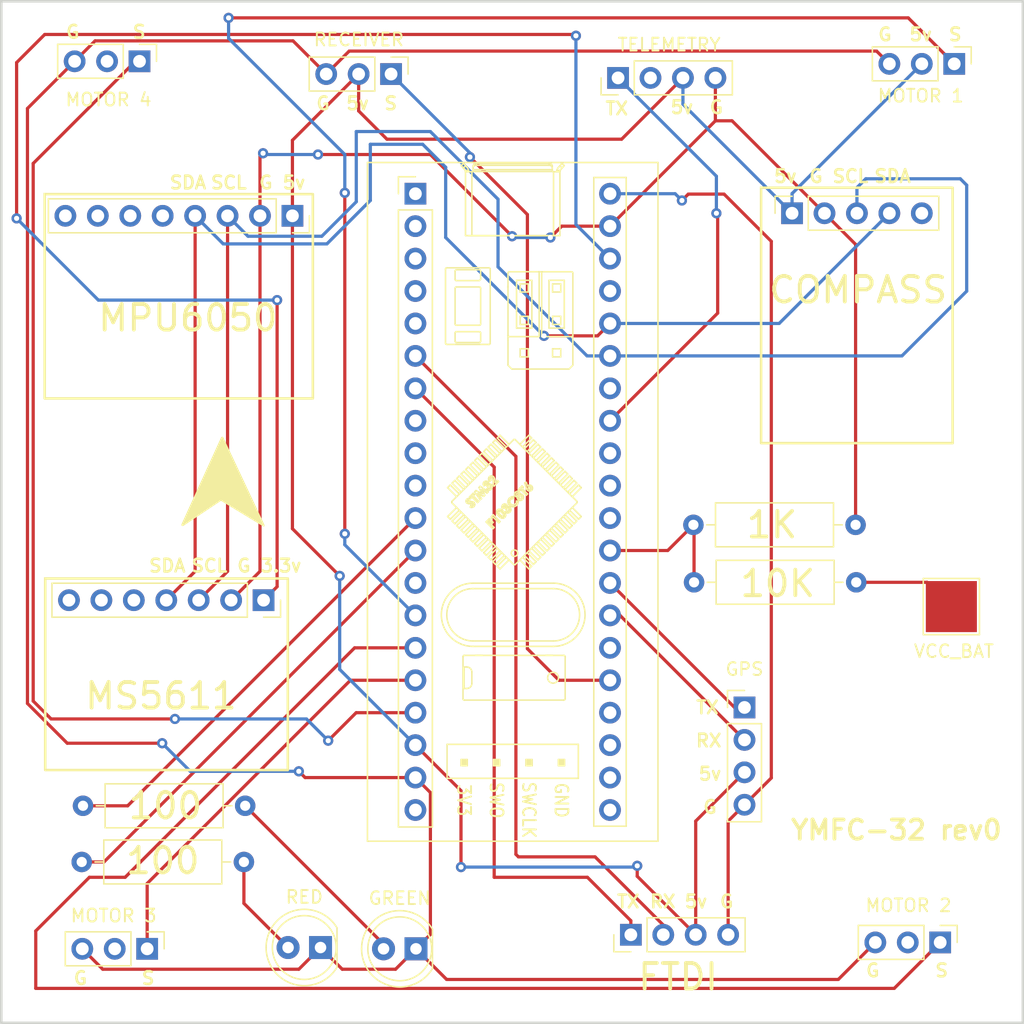
<source format=kicad_pcb>
(kicad_pcb (version 20211014) (generator pcbnew)
  (layers (0 "F.Cu" signal) (31 "B.Cu" signal) (34 "B.Paste" user) (35 "F.Paste" user) (36 "B.SilkS" user "B.Silkscreen") (37 "F.SilkS" user "F.Silkscreen") (38 "B.Mask" user) (39 "F.Mask" user) (44 "Edge.Cuts" user))
  (net 0 "")
  (net 1 "GND")
  (net 2 "Net-(D1-Pad2)")
  (net 3 "Net-(D2-Pad2)")
  (net 4 "PPM")
  (net 5 "+5V")
  (net 6 "LED_GREEN")
  (net 7 "LED_RED")
  (net 10 "+3V3")
  (net 14 "SCL")
  (net 16 "SDA")
  (net 17 "Net-(J6-Pad1)")
  (net 19 "UART_TX")
  (net 33 "UART_RX")
  (net 34 "ESC_1")
  (net 35 "ESC_2")
  (net 37 "ESC_3")
  (net 39 "ESC_4")
  (net 41 "GND1")
  (net 42 "GND2")
  (net 43 "V_BAT")
  (net 44 "TLM_TX")
  (net 46 "GPS_TX")
  (net 47 "GPS_RX")
  (footprint "Connector_PinHeader_2.54mm:PinHeader_1x03_P2.54mm_Vertical" (layer "F.Cu") (at 115.725 60.6 -90)
    (fp_text reference "J5" hide)
    (fp_text value "MOTOR 4" (at 3 2.425 180) (layer "F.SilkS"))
    (pad "1" thru_hole rect (at 0 0 270) (size 1.7 1.7) (drill 1) (layers *.Cu *.Mask) (net 39 "ESC_4"))
    (pad "2" thru_hole oval (at 0 2.54 270) (size 1.7 1.7) (drill 1) (layers *.Cu *.Mask))
    (pad "3" thru_hole oval (at 0 5.08 270) (size 1.7 1.7) (drill 1) (layers *.Cu *.Mask) (net 1 "GND"))
  )
  (footprint "TestPoint:TestPoint_Pad_4.0x4.0mm" (layer "F.Cu") (at 179.3 103.3)
    (fp_text reference "J6" hide)
    (fp_text value "VCC_BAT" (at 0.2 3.5) (layer "F.SilkS"))
    (pad "1" smd rect (at 0 0) (size 4 4) (layers "F.Cu" "F.Mask") (net 17 "Net-(J6-Pad1)"))
  )
  (footprint "Resistor_THT:R_Axial_DIN0309_L9.0mm_D3.2mm_P12.70mm_Horizontal" (layer "F.Cu") (at 171.8 96.9 180)
    (fp_text reference "R4" hide)
    (fp_text value "1K" (at 6.55 0) (layer "F.SilkS") (effects (font (size 2 2) (thickness 0.3))))
    (pad "1" thru_hole circle (at 0 0 180) (size 1.6 1.6) (drill 0.8) (layers *.Cu *.Mask) (net 41 "GND1"))
    (pad "2" thru_hole oval (at 12.7 0 180) (size 1.6 1.6) (drill 0.8) (layers *.Cu *.Mask) (net 43 "V_BAT"))
  )
  (footprint "Connector_PinHeader_2.54mm:PinHeader_1x03_P2.54mm_Vertical" (layer "F.Cu") (at 116.325 130.1 -90)
    (fp_text reference "J4" hide)
    (fp_text value "MOTOR 3" (at -2.6 2.625 180) (layer "F.SilkS"))
    (pad "1" thru_hole rect (at 0 0 270) (size 1.7 1.7) (drill 1) (layers *.Cu *.Mask) (net 37 "ESC_3"))
    (pad "2" thru_hole oval (at 0 2.54 270) (size 1.7 1.7) (drill 1) (layers *.Cu *.Mask))
    (pad "3" thru_hole oval (at 0 5.08 270) (size 1.7 1.7) (drill 1) (layers *.Cu *.Mask) (net 1 "GND"))
  )
  (footprint "Connector_PinSocket_2.54mm:PinSocket_1x07_P2.54mm_Vertical" (layer "F.Cu") (at 125.44 102.8 -90)
    (fp_text reference "J11" hide)
    (fp_text value "MS5611" (at 7.5 8.04) (layer "F.SilkS") (effects (font (size 2 2) (thickness 0.3))))
    (pad "1" thru_hole rect (at 0 0 270) (size 1.7 1.7) (drill 1) (layers *.Cu *.Mask) (net 10 "+3V3"))
    (pad "2" thru_hole oval (at 0 2.54 270) (size 1.7 1.7) (drill 1) (layers *.Cu *.Mask) (net 41 "GND1"))
    (pad "3" thru_hole oval (at 0 5.08 270) (size 1.7 1.7) (drill 1) (layers *.Cu *.Mask) (net 14 "SCL"))
    (pad "4" thru_hole oval (at 0 7.62 270) (size 1.7 1.7) (drill 1) (layers *.Cu *.Mask) (net 16 "SDA"))
    (pad "5" thru_hole oval (at 0 10.16 270) (size 1.7 1.7) (drill 1) (layers *.Cu *.Mask))
    (pad "6" thru_hole oval (at 0 12.7 270) (size 1.7 1.7) (drill 1) (layers *.Cu *.Mask))
    (pad "7" thru_hole oval (at 0 15.24 270) (size 1.7 1.7) (drill 1) (layers *.Cu *.Mask))
  )
  (footprint "LED_THT:LED_D5.0mm" (layer "F.Cu") (at 129.9 130 180)
    (fp_text reference "D2" hide)
    (fp_text value "RED" (at 1.27 3.96) (layer "F.SilkS"))
    (pad "1" thru_hole rect (at 0 0 180) (size 1.8 1.8) (drill 0.9) (layers *.Cu *.Mask) (net 1 "GND"))
    (pad "2" thru_hole circle (at 2.54 0 180) (size 1.8 1.8) (drill 0.9) (layers *.Cu *.Mask) (net 3 "Net-(D2-Pad2)"))
  )
  (footprint "LED_THT:LED_D5.0mm" (layer "F.Cu") (at 137.375 130.1 180)
    (fp_text reference "D1" hide)
    (fp_text value "GREEN" (at 1.27 3.96) (layer "F.SilkS"))
    (pad "1" thru_hole rect (at 0 0 180) (size 1.8 1.8) (drill 0.9) (layers *.Cu *.Mask) (net 1 "GND"))
    (pad "2" thru_hole circle (at 2.54 0 180) (size 1.8 1.8) (drill 0.9) (layers *.Cu *.Mask) (net 2 "Net-(D1-Pad2)"))
  )
  (footprint "Connector_PinHeader_2.54mm:PinHeader_1x03_P2.54mm_Vertical" (layer "F.Cu") (at 179.525 60.8 -90)
    (fp_text reference "J2" hide)
    (fp_text value "MOTOR 1" (at 2.5 2.625 180) (layer "F.SilkS"))
    (pad "1" thru_hole rect (at 0 0 270) (size 1.7 1.7) (drill 1) (layers *.Cu *.Mask) (net 34 "ESC_1"))
    (pad "2" thru_hole oval (at 0 2.54 270) (size 1.7 1.7) (drill 1) (layers *.Cu *.Mask) (net 5 "+5V"))
    (pad "3" thru_hole oval (at 0 5.08 270) (size 1.7 1.7) (drill 1) (layers *.Cu *.Mask) (net 1 "GND"))
  )
  (footprint "Resistor_THT:R_Axial_DIN0309_L9.0mm_D3.2mm_P12.70mm_Horizontal" (layer "F.Cu") (at 123.9 123.3 180)
    (fp_text reference "R2" hide)
    (fp_text value "100" (at 6.35 0.1) (layer "F.SilkS") (effects (font (size 2 2) (thickness 0.3))))
    (pad "1" thru_hole circle (at 0 0 180) (size 1.6 1.6) (drill 0.8) (layers *.Cu *.Mask) (net 3 "Net-(D2-Pad2)"))
    (pad "2" thru_hole oval (at 12.7 0 180) (size 1.6 1.6) (drill 0.8) (layers *.Cu *.Mask) (net 7 "LED_RED"))
  )
  (footprint "Connector_PinHeader_2.54mm:PinHeader_1x03_P2.54mm_Vertical" (layer "F.Cu") (at 178.425 129.6 -90)
    (fp_text reference "J3" hide)
    (fp_text value "MOTOR 2" (at -2.9 2.48 180) (layer "F.SilkS"))
    (pad "1" thru_hole rect (at 0 0 270) (size 1.7 1.7) (drill 1) (layers *.Cu *.Mask) (net 35 "ESC_2"))
    (pad "2" thru_hole oval (at 0 2.54 270) (size 1.7 1.7) (drill 1) (layers *.Cu *.Mask))
    (pad "3" thru_hole oval (at 0 5.08 270) (size 1.7 1.7) (drill 1) (layers *.Cu *.Mask) (net 1 "GND"))
  )
  (footprint "Connector_PinSocket_2.54mm:PinSocket_1x05_P2.54mm_Vertical" (layer "F.Cu") (at 166.825 72.5 90)
    (fp_text reference "J12" hide)
    (fp_text value "COMPASS" (at -6 5.175) (layer "F.SilkS") (effects (font (size 2 2) (thickness 0.3))))
    (pad "1" thru_hole rect (at 0 0 90) (size 1.7 1.7) (drill 1) (layers *.Cu *.Mask) (net 5 "+5V"))
    (pad "2" thru_hole oval (at 0 2.54 90) (size 1.7 1.7) (drill 1) (layers *.Cu *.Mask) (net 41 "GND1"))
    (pad "3" thru_hole oval (at 0 5.08 90) (size 1.7 1.7) (drill 1) (layers *.Cu *.Mask) (net 14 "SCL"))
    (pad "4" thru_hole oval (at 0 7.62 90) (size 1.7 1.7) (drill 1) (layers *.Cu *.Mask) (net 16 "SDA"))
    (pad "5" thru_hole oval (at 0 10.16 90) (size 1.7 1.7) (drill 1) (layers *.Cu *.Mask))
  )
  (footprint "Connector_PinHeader_2.54mm:PinHeader_1x03_P2.54mm_Vertical" (layer "F.Cu") (at 135.425 61.6 -90)
    (fp_text reference "J1" hide)
    (fp_text value "RECEIVER" (at -2.7 2.525 180) (layer "F.SilkS"))
    (pad "1" thru_hole rect (at 0 0 270) (size 1.7 1.7) (drill 1) (layers *.Cu *.Mask) (net 4 "PPM"))
    (pad "2" thru_hole oval (at 0 2.54 270) (size 1.7 1.7) (drill 1) (layers *.Cu *.Mask) (net 5 "+5V"))
    (pad "3" thru_hole oval (at 0 5.08 270) (size 1.7 1.7) (drill 1) (layers *.Cu *.Mask) (net 1 "GND"))
  )
  (footprint "Connector_PinHeader_2.54mm:PinHeader_1x04_P2.54mm_Vertical" (layer "F.Cu") (at 163.1 111.2)
    (fp_text reference "J9" hide)
    (fp_text value "GPS" (at 0 -3) (layer "F.SilkS"))
    (pad "1" thru_hole rect (at 0 0) (size 1.7 1.7) (drill 1) (layers *.Cu *.Mask) (net 46 "GPS_TX"))
    (pad "2" thru_hole oval (at 0 2.54) (size 1.7 1.7) (drill 1) (layers *.Cu *.Mask) (net 47 "GPS_RX"))
    (pad "3" thru_hole oval (at 0 5.08) (size 1.7 1.7) (drill 1) (layers *.Cu *.Mask) (net 5 "+5V"))
    (pad "4" thru_hole oval (at 0 7.62) (size 1.7 1.7) (drill 1) (layers *.Cu *.Mask) (net 42 "GND2"))
  )
  (footprint "MountingHole:MountingHole_3mm" (layer "F.Cu") (at 144.9 129)
    (fp_text reference "H1" hide)
    (fp_text value "MountingHole" hide)
    (pad "" np_thru_hole circle (at 0 0) (size 3 3) (drill 3) (layers *.Cu *.Mask))
  )
  (footprint "Connector_PinHeader_2.54mm:PinHeader_1x04_P2.54mm_Vertical" (layer "F.Cu") (at 153.2 61.9 90)
    (fp_text reference "J7" hide)
    (fp_text value "TELEMETRY" (at 2.6 4 180) (layer "F.SilkS"))
    (pad "1" thru_hole rect (at 0 0 90) (size 1.7 1.7) (drill 1) (layers *.Cu *.Mask) (net 44 "TLM_TX"))
    (pad "2" thru_hole oval (at 0 2.54 90) (size 1.7 1.7) (drill 1) (layers *.Cu *.Mask))
    (pad "3" thru_hole oval (at 0 5.08 90) (size 1.7 1.7) (drill 1) (layers *.Cu *.Mask) (net 5 "+5V"))
    (pad "4" thru_hole oval (at 0 7.62 90) (size 1.7 1.7) (drill 1) (layers *.Cu *.Mask) (net 41 "GND1"))
  )
  (footprint "Resistor_THT:R_Axial_DIN0309_L9.0mm_D3.2mm_P12.70mm_Horizontal" (layer "F.Cu") (at 159.15 101.4)
    (fp_text reference "R3" hide)
    (fp_text value "10K" (at 6.55 0.1) (layer "F.SilkS") (effects (font (size 2 2) (thickness 0.3))))
    (pad "1" thru_hole circle (at 0 0) (size 1.6 1.6) (drill 0.8) (layers *.Cu *.Mask) (net 43 "V_BAT"))
    (pad "2" thru_hole oval (at 12.7 0) (size 1.6 1.6) (drill 0.8) (layers *.Cu *.Mask) (net 17 "Net-(J6-Pad1)"))
  )
  (footprint "Connector_PinSocket_2.54mm:PinSocket_1x08_P2.54mm_Vertical" (layer "F.Cu") (at 127.7 72.7 -90)
    (fp_text reference "J10" hide)
    (fp_text value "MPU6050" (at 8 8.18) (layer "F.SilkS") (effects (font (size 2 2) (thickness 0.3))))
    (pad "1" thru_hole rect (at 0 0 270) (size 1.7 1.7) (drill 1) (layers *.Cu *.Mask) (net 5 "+5V"))
    (pad "2" thru_hole oval (at 0 2.54 270) (size 1.7 1.7) (drill 1) (layers *.Cu *.Mask) (net 41 "GND1"))
    (pad "3" thru_hole oval (at 0 5.08 270) (size 1.7 1.7) (drill 1) (layers *.Cu *.Mask) (net 14 "SCL"))
    (pad "4" thru_hole oval (at 0 7.62 270) (size 1.7 1.7) (drill 1) (layers *.Cu *.Mask) (net 16 "SDA"))
    (pad "5" thru_hole oval (at 0 10.16 270) (size 1.7 1.7) (drill 1) (layers *.Cu *.Mask))
    (pad "6" thru_hole oval (at 0 12.7 270) (size 1.7 1.7) (drill 1) (layers *.Cu *.Mask))
    (pad "7" thru_hole oval (at 0 15.24 270) (size 1.7 1.7) (drill 1) (layers *.Cu *.Mask))
    (pad "8" thru_hole oval (at 0 17.78 270) (size 1.7 1.7) (drill 1) (layers *.Cu *.Mask))
  )
  (footprint "MountingHole:MountingHole_3mm" (layer "F.Cu") (at 177.7 96.2)
    (fp_text reference "H2" hide)
    (fp_text value "MountingHole" hide)
    (pad "" np_thru_hole circle (at 0 0) (size 3 3) (drill 3) (layers *.Cu *.Mask))
  )
  (footprint "Connector_PinHeader_2.54mm:PinHeader_1x04_P2.54mm_Vertical" (layer "F.Cu") (at 154.2 129 90)
    (fp_text reference "J8" hide)
    (fp_text value "FTDI" (at -3.3 3.7 180) (layer "F.SilkS") (effects (font (size 2 2) (thickness 0.3))))
    (pad "1" thru_hole rect (at 0 0 90) (size 1.7 1.7) (drill 1) (layers *.Cu *.Mask) (net 19 "UART_TX"))
    (pad "2" thru_hole oval (at 0 2.54 90) (size 1.7 1.7) (drill 1) (layers *.Cu *.Mask) (net 33 "UART_RX"))
    (pad "3" thru_hole oval (at 0 5.08 90) (size 1.7 1.7) (drill 1) (layers *.Cu *.Mask) (net 5 "+5V"))
    (pad "4" thru_hole oval (at 0 7.62 90) (size 1.7 1.7) (drill 1) (layers *.Cu *.Mask) (net 42 "GND2"))
  )
  (footprint "bluepill:YAAJ_BluePill_1" (layer "F.Cu") (at 137.33 70.97)
    (fp_text reference "U1" hide)
    (fp_text value "BluePill" hide)
    (fp_text user "SWCLK" (at 8.89 48.26 270 unlocked) (layer "F.SilkS") (effects (font (size 1 0.9))))
    (fp_text user "GND" (at 11.43 47.498 270 unlocked) (layer "F.SilkS") (effects (font (size 1 0.9))))
    (fp_text user "3V3" (at 3.81 47.498 270 unlocked) (layer "F.SilkS") (effects (font (size 1 0.9))))
    (fp_text user "SWO" (at 6.35 47.498 270 unlocked) (layer "F.SilkS") (effects (font (size 1 0.9))))
    (pad "1" thru_hole rect locked (at 0 0) (size 1.7 1.7) (drill 1) (layers *.Cu *.Mask))
    (pad "2" thru_hole circle locked (at 0 2.54) (size 1.7 1.7) (drill 1) (layers *.Cu *.Mask))
    (pad "3" thru_hole circle locked (at 0 5.08) (size 1.7 1.7) (drill 1) (layers *.Cu *.Mask))
    (pad "4" thru_hole circle locked (at 0 7.62) (size 1.7 1.7) (drill 1) (layers *.Cu *.Mask))
    (pad "5" thru_hole circle locked (at 0 10.16) (size 1.7 1.7) (drill 1) (layers *.Cu *.Mask))
    (pad "6" thru_hole circle locked (at 0 12.7) (size 1.7 1.7) (drill 1) (layers *.Cu *.Mask) (net 33 "UART_RX"))
    (pad "7" thru_hole circle locked (at 0 15.24) (size 1.7 1.7) (drill 1) (layers *.Cu *.Mask) (net 19 "UART_TX"))
    (pad "8" thru_hole circle locked (at 0 17.78) (size 1.7 1.7) (drill 1) (layers *.Cu *.Mask))
    (pad "9" thru_hole circle locked (at 0 20.32) (size 1.7 1.7) (drill 1) (layers *.Cu *.Mask))
    (pad "10" thru_hole circle locked (at 0 22.86) (size 1.7 1.7) (drill 1) (layers *.Cu *.Mask))
    (pad "11" thru_hole circle locked (at 0 25.4) (size 1.7 1.7) (drill 1) (layers *.Cu *.Mask) (net 6 "LED_GREEN"))
    (pad "12" thru_hole circle locked (at 0 27.94) (size 1.7 1.7) (drill 1) (layers *.Cu *.Mask) (net 7 "LED_RED"))
    (pad "13" thru_hole circle locked (at 0 30.48) (size 1.7 1.7) (drill 1) (layers *.Cu *.Mask))
    (pad "14" thru_hole circle locked (at 0 33.02) (size 1.7 1.7) (drill 1) (layers *.Cu *.Mask) (net 34 "ESC_1"))
    (pad "15" thru_hole circle locked (at 0 35.56) (size 1.7 1.7) (drill 1) (layers *.Cu *.Mask) (net 35 "ESC_2"))
    (pad "16" thru_hole circle locked (at 0 38.1) (size 1.7 1.7) (drill 1) (layers *.Cu *.Mask) (net 37 "ESC_3"))
    (pad "17" thru_hole circle locked (at 0 40.64) (size 1.7 1.7) (drill 1) (layers *.Cu *.Mask) (net 39 "ESC_4"))
    (pad "18" thru_hole circle locked (at 0 43.18) (size 1.7 1.7) (drill 1) (layers *.Cu *.Mask) (net 5 "+5V"))
    (pad "19" thru_hole circle locked (at 0 45.72) (size 1.7 1.7) (drill 1) (layers *.Cu *.Mask) (net 1 "GND"))
    (pad "20" thru_hole circle locked (at 0 48.26) (size 1.7 1.7) (drill 1) (layers *.Cu *.Mask))
    (pad "21" thru_hole circle locked (at 15.24 48.26) (size 1.7 1.7) (drill 1) (layers *.Cu *.Mask))
    (pad "22" thru_hole circle locked (at 15.24 45.72) (size 1.7 1.7) (drill 1) (layers *.Cu *.Mask))
    (pad "23" thru_hole circle locked (at 15.24 43.18) (size 1.7 1.7) (drill 1) (layers *.Cu *.Mask))
    (pad "24" thru_hole circle locked (at 15.24 40.64) (size 1.7 1.7) (drill 1) (layers *.Cu *.Mask))
    (pad "25" thru_hole circle locked (at 15.24 38.1) (size 1.7 1.7) (drill 1) (layers *.Cu *.Mask) (net 4 "PPM"))
    (pad "26" thru_hole circle locked (at 15.24 35.56) (size 1.7 1.7) (drill 1) (layers *.Cu *.Mask))
    (pad "27" thru_hole circle locked (at 15.24 33.02) (size 1.7 1.7) (drill 1) (layers *.Cu *.Mask) (net 47 "GPS_RX"))
    (pad "28" thru_hole circle locked (at 15.24 30.48) (size 1.7 1.7) (drill 1) (layers *.Cu *.Mask) (net 46 "GPS_TX"))
    (pad "29" thru_hole circle locked (at 15.24 27.94) (size 1.7 1.7) (drill 1) (layers *.Cu *.Mask) (net 43 "V_BAT"))
    (pad "30" thru_hole circle locked (at 15.24 25.4) (size 1.7 1.7) (drill 1) (layers *.Cu *.Mask))
    (pad "31" thru_hole circle locked (at 15.24 22.86) (size 1.7 1.7) (drill 1) (layers *.Cu *.Mask))
    (pad "32" thru_hole circle locked (at 15.24 20.32) (size 1.7 1.7) (drill 1) (layers *.Cu *.Mask))
    (pad "33" thru_hole circle locked (at 15.24 17.78) (size 1.7 1.7) (drill 1) (layers *.Cu *.Mask) (net 44 "TLM_TX"))
    (pad "34" thru_hole circle locked (at 15.24 15.24) (size 1.7 1.7) (drill 1) (layers *.Cu *.Mask))
    (pad "35" thru_hole circle locked (at 15.24 12.7) (size 1.7 1.7) (drill 1) (layers *.Cu *.Mask) (net 14 "SCL"))
    (pad "36" thru_hole circle locked (at 15.24 10.16) (size 1.7 1.7) (drill 1) (layers *.Cu *.Mask) (net 16 "SDA"))
    (pad "37" thru_hole circle locked (at 15.24 7.62) (size 1.7 1.7) (drill 1) (layers *.Cu *.Mask))
    (pad "38" thru_hole circle locked (at 15.24 5.08) (size 1.7 1.7) (drill 1) (layers *.Cu *.Mask) (net 10 "+3V3"))
    (pad "39" thru_hole circle locked (at 15.24 2.54) (size 1.7 1.7) (drill 1) (layers *.Cu *.Mask) (net 41 "GND1"))
    (pad "40" thru_hole circle locked (at 15.24 0) (size 1.7 1.7) (drill 1) (layers *.Cu *.Mask) (net 42 "GND2"))
  )
  (footprint "Resistor_THT:R_Axial_DIN0309_L9.0mm_D3.2mm_P12.70mm_Horizontal" (layer "F.Cu") (at 124 118.9 180)
    (fp_text reference "R1" hide)
    (fp_text value "100" (at 6.25 0) (layer "F.SilkS") (effects (font (size 2 2) (thickness 0.3))))
    (pad "1" thru_hole circle (at 0 0 180) (size 1.6 1.6) (drill 0.8) (layers *.Cu *.Mask) (net 2 "Net-(D1-Pad2)"))
    (pad "2" thru_hole oval (at 12.7 0 180) (size 1.6 1.6) (drill 0.8) (layers *.Cu *.Mask) (net 6 "LED_GREEN"))
  )
  (footprint "MountingHole:MountingHole_3mm" (layer "F.Cu") (at 144.9 63.5)
    (fp_text reference "H3" hide)
    (fp_text value "MountingHole" hide)
    (pad "" np_thru_hole circle (at 0 0) (size 3 3) (drill 3) (layers *.Cu *.Mask))
  )
  (footprint "MountingHole:MountingHole_3mm" (layer "F.Cu") (at 112.1 96.3)
    (fp_text reference "H4" hide)
    (fp_text value "MountingHole" hide)
    (pad "" np_thru_hole circle (at 0 0) (size 3 3) (drill 3) (layers *.Cu *.Mask))
  )
  (gr_rect (start 164.4 70.5) (end 179.4 90.5) (layer "F.SilkS") (width 0.2) (fill none))
  (gr_rect (start 108.34 101.1) (end 127.34 116.1) (layer "F.SilkS") (width 0.2) (fill none))
  (gr_poly (pts (xy 125.4 96.9) (xy 122.1 94.9) (xy 119.1 96.9) (xy 122.2 90.1)) (layer "F.SilkS") (width 0.2) (fill solid))
  (gr_rect (start 108.3 71) (end 129.3 87) (layer "F.SilkS") (width 0.2) (fill none))
  (gr_rect (start 104.9 55.9) (end 184.9 135.9) (layer "Edge.Cuts") (width 0.2) (fill none))
  (gr_text "5v" (at 160.4 116.4) (layer "F.SilkS") (effects (font (size 1 1) (thickness 0.2))))
  (gr_text "3.3v" (at 126.8 100.1) (layer "F.SilkS") (effects (font (size 1 1) (thickness 0.2))))
  (gr_text "SCL" (at 122.72 70.1) (layer "F.SilkS") (effects (font (size 1 1) (thickness 0.2))))
  (gr_text "G" (at 168.7 69.6) (layer "F.SilkS") (effects (font (size 1 1) (thickness 0.2))))
  (gr_text "G" (at 123.9 100.1) (layer "F.SilkS") (effects (font (size 1 1) (thickness 0.2))))
  (gr_text "G" (at 130.1 63.9) (layer "F.SilkS") (effects (font (size 1 1) (thickness 0.2))))
  (gr_text "5v" (at 159.3 126.4) (layer "F.SilkS") (effects (font (size 1 1) (thickness 0.2))))
  (gr_text "G" (at 174.1 58.5) (layer "F.SilkS") (effects (font (size 1 1) (thickness 0.2))))
  (gr_text "SCL" (at 121.2 100.1) (layer "F.SilkS") (effects (font (size 1 1) (thickness 0.2))))
  (gr_text "G" (at 160.9 64.2) (layer "F.SilkS") (effects (font (size 1 1) (thickness 0.2))))
  (gr_text "G" (at 173.145 131.8) (layer "F.SilkS") (effects (font (size 1 1) (thickness 0.2))))
  (gr_text "G" (at 160.4 119) (layer "F.SilkS") (effects (font (size 1 1) (thickness 0.2))))
  (gr_text "S" (at 116.4 132.4) (layer "F.SilkS") (effects (font (size 1 1) (thickness 0.2))))
  (gr_text "5v" (at 158.2 64.2) (layer "F.SilkS") (effects (font (size 1 1) (thickness 0.2))))
  (gr_text "5v" (at 176.9 58.5) (layer "F.SilkS") (effects (font (size 1 1) (thickness 0.2))))
  (gr_text "G" (at 125.62 70.1) (layer "F.SilkS") (effects (font (size 1 1) (thickness 0.2))))
  (gr_text "5v" (at 127.82 70.1) (layer "F.SilkS") (effects (font (size 1 1) (thickness 0.2))))
  (gr_text "S" (at 178.545 131.8) (layer "F.SilkS") (effects (font (size 1 1) (thickness 0.2))))
  (gr_text "S" (at 179.6 58.5) (layer "F.SilkS") (effects (font (size 1 1) (thickness 0.2))))
  (gr_text "5v" (at 132.8 63.9) (layer "F.SilkS") (effects (font (size 1 1) (thickness 0.2))))
  (gr_text "YMFC-32 rev0" (at 175 120.8) (layer "F.SilkS") (effects (font (size 1.5 1.5) (thickness 0.3))))
  (gr_text "RX" (at 156.7 126.4) (layer "F.SilkS") (effects (font (size 1 1) (thickness 0.2))))
  (gr_text "G" (at 110.5 58.3) (layer "F.SilkS") (effects (font (size 1 1) (thickness 0.2))))
  (gr_text "G" (at 111.1 132.4) (layer "F.SilkS") (effects (font (size 1 1) (thickness 0.2))))
  (gr_text "SCL" (at 171.4 69.6) (layer "F.SilkS") (effects (font (size 1 1) (thickness 0.2))))
  (gr_text "5v" (at 166.3 69.6) (layer "F.SilkS") (effects (font (size 1 1) (thickness 0.2))))
  (gr_text "RX" (at 160.3 113.8) (layer "F.SilkS") (effects (font (size 1 1) (thickness 0.2))))
  (gr_text "SDA" (at 117.9 100.1) (layer "F.SilkS") (effects (font (size 1 1) (thickness 0.2))))
  (gr_text "TX" (at 160.2 111.2) (layer "F.SilkS") (effects (font (size 1 1) (thickness 0.2))))
  (gr_text "TX" (at 154 126.4) (layer "F.SilkS") (effects (font (size 1 1) (thickness 0.2))))
  (gr_text "TX" (at 153.1 64.3) (layer "F.SilkS") (effects (font (size 1 1) (thickness 0.2))))
  (gr_text "G" (at 161.7 126.4) (layer "F.SilkS") (effects (font (size 1 1) (thickness 0.2))))
  (gr_text "SDA" (at 119.52 70.1) (layer "F.SilkS") (effects (font (size 1 1) (thickness 0.2))))
  (gr_text "S" (at 135.4 63.9) (layer "F.SilkS") (effects (font (size 1 1) (thickness 0.2))))
  (gr_text "S" (at 115.7 58.3) (layer "F.SilkS") (effects (font (size 1 1) (thickness 0.2))))
  (gr_text "SDA" (at 174.7 69.6) (layer "F.SilkS") (effects (font (size 1 1) (thickness 0.2))))
  (segment (start 170.445 132.5) (end 139.775 132.5) (width 0.25) (layer "F.Cu") (net 1))
  (segment (start 106.95048 110.886197) (end 106.95048 64.29452) (width 0.25) (layer "F.Cu") (net 1))
  (segment (start 127.745 59) (end 112.245 59) (width 0.25) (layer "F.Cu") (net 1))
  (segment (start 138.504511 128.970489) (end 138.504511 117.864511) (width 0.25) (layer "F.Cu") (net 1))
  (segment (start 128.2 131.7) (end 129.9 130) (width 0.25) (layer "F.Cu") (net 1))
  (segment (start 138.504511 117.864511) (end 137.33 116.69) (width 0.25) (layer "F.Cu") (net 1))
  (segment (start 139.775 132.5) (end 137.375 130.1) (width 0.25) (layer "F.Cu") (net 1))
  (segment (start 106.95048 64.29452) (end 110.645 60.6) (width 0.25) (layer "F.Cu") (net 1))
  (segment (start 137.33 116.69) (end 128.69 116.69) (width 0.25) (layer "F.Cu") (net 1))
  (segment (start 112.845 131.7) (end 128.2 131.7) (width 0.25) (layer "F.Cu") (net 1))
  (segment (start 137.375 130.1) (end 138.504511 128.970489) (width 0.25) (layer "F.Cu") (net 1))
  (segment (start 117.5 114) (end 110.064282 114) (width 0.25) (layer "F.Cu") (net 1))
  (segment (start 130.345 61.6) (end 127.745 59) (width 0.25) (layer "F.Cu") (net 1))
  (segment (start 111.245 130.1) (end 112.845 131.7) (width 0.25) (layer "F.Cu") (net 1))
  (segment (start 112.245 59) (end 110.645 60.6) (width 0.25) (layer "F.Cu") (net 1))
  (segment (start 128.69 116.69) (end 128.2 116.2) (width 0.25) (layer "F.Cu") (net 1))
  (segment (start 129.9 130) (end 131.6 131.7) (width 0.25) (layer "F.Cu") (net 1))
  (segment (start 110.064282 114) (end 106.95048 110.886197) (width 0.25) (layer "F.Cu") (net 1))
  (segment (start 135.775 131.7) (end 137.375 130.1) (width 0.25) (layer "F.Cu") (net 1))
  (segment (start 131.6 131.7) (end 135.775 131.7) (width 0.25) (layer "F.Cu") (net 1))
  (segment (start 173.445 59.8) (end 132.145 59.8) (width 0.25) (layer "F.Cu") (net 1))
  (segment (start 132.145 59.8) (end 130.345 61.6) (width 0.25) (layer "F.Cu") (net 1))
  (segment (start 173.345 129.6) (end 170.445 132.5) (width 0.25) (layer "F.Cu") (net 1))
  (segment (start 174.445 60.8) (end 173.445 59.8) (width 0.25) (layer "F.Cu") (net 1))
  (via (at 117.5 114) (size 0.8) (drill 0.4) (layers "F.Cu" "B.Cu") (net 1))
  (via (at 128.2 116.2) (size 0.8) (drill 0.4) (layers "F.Cu" "B.Cu") (net 1))
  (segment (start 119.7 116.2) (end 117.5 114) (width 0.25) (layer "B.Cu") (net 1))
  (segment (start 128.2 116.2) (end 119.7 116.2) (width 0.25) (layer "B.Cu") (net 1))
  (segment (start 124 118.9) (end 134.835 129.735) (width 0.25) (layer "F.Cu") (net 2))
  (segment (start 134.835 129.735) (end 134.835 130.1) (width 0.25) (layer "F.Cu") (net 2))
  (segment (start 123.9 126.54) (end 127.36 130) (width 0.25) (layer "F.Cu") (net 3))
  (segment (start 123.9 123.3) (end 123.9 126.54) (width 0.25) (layer "F.Cu") (net 3))
  (segment (start 146.1 106.6) (end 146.1 72.6) (width 0.25) (layer "F.Cu") (net 4))
  (segment (start 146.1 72.6) (end 141.6 68.1) (width 0.25) (layer "F.Cu") (net 4))
  (segment (start 152.57 109.07) (end 148.57 109.07) (width 0.25) (layer "F.Cu") (net 4))
  (segment (start 148.57 109.07) (end 146.1 106.6) (width 0.25) (layer "F.Cu") (net 4))
  (via (at 141.6 68.1) (size 0.8) (drill 0.4) (layers "F.Cu" "B.Cu") (net 4))
  (segment (start 141.6 68.1) (end 141.6 67.775) (width 0.25) (layer "B.Cu") (net 4))
  (segment (start 141.6 67.775) (end 135.425 61.6) (width 0.25) (layer "B.Cu") (net 4))
  (segment (start 140.9 117.72) (end 140.9 123.7) (width 0.25) (layer "F.Cu") (net 5))
  (segment (start 137.33 114.15) (end 140.9 117.72) (width 0.25) (layer "F.Cu") (net 5))
  (segment (start 127.7 97.2) (end 127.7 72.7) (width 0.25) (layer "F.Cu") (net 5))
  (segment (start 153.48 66.7) (end 135.1 66.7) (width 0.25) (layer "F.Cu") (net 5))
  (segment (start 159.28 129) (end 159.28 120.1) (width 0.25) (layer "F.Cu") (net 5))
  (segment (start 158.28 61.9) (end 153.48 66.7) (width 0.25) (layer "F.Cu") (net 5))
  (segment (start 154.7 123.6) (end 154.7 124.42) (width 0.25) (layer "F.Cu") (net 5))
  (segment (start 127.7 72.7) (end 127.7 66.785) (width 0.25) (layer "F.Cu") (net 5))
  (segment (start 159.28 120.1) (end 163.1 116.28) (width 0.25) (layer "F.Cu") (net 5))
  (segment (start 135.1 66.7) (end 132.885 64.485) (width 0.25) (layer "F.Cu") (net 5))
  (segment (start 154.7 124.42) (end 159.28 129) (width 0.25) (layer "F.Cu") (net 5))
  (segment (start 131.4 100.9) (end 127.7 97.2) (width 0.25) (layer "F.Cu") (net 5))
  (segment (start 127.7 66.785) (end 132.885 61.6) (width 0.25) (layer "F.Cu") (net 5))
  (segment (start 132.885 64.485) (end 132.885 61.6) (width 0.25) (layer "F.Cu") (net 5))
  (via (at 131.4 100.9) (size 0.8) (drill 0.4) (layers "F.Cu" "B.Cu") (net 5))
  (via (at 154.7 123.6) (size 0.8) (drill 0.4) (layers "F.Cu" "B.Cu") (net 5))
  (via (at 140.9 123.7) (size 0.8) (drill 0.4) (layers "F.Cu" "B.Cu") (net 5))
  (segment (start 158.28 63.955) (end 166.825 72.5) (width 0.25) (layer "B.Cu") (net 5))
  (segment (start 154.6 123.7) (end 154.7 123.6) (width 0.25) (layer "B.Cu") (net 5))
  (segment (start 140.9 123.7) (end 154.6 123.7) (width 0.25) (layer "B.Cu") (net 5))
  (segment (start 137.33 114.15) (end 131.4 108.22) (width 0.25) (layer "B.Cu") (net 5))
  (segment (start 166.825 70.96) (end 176.985 60.8) (width 0.25) (layer "B.Cu") (net 5))
  (segment (start 131.4 108.22) (end 131.4 100.9) (width 0.25) (layer "B.Cu") (net 5))
  (segment (start 166.825 72.5) (end 166.825 70.96) (width 0.25) (layer "B.Cu") (net 5))
  (segment (start 158.28 61.9) (end 158.28 63.955) (width 0.25) (layer "B.Cu") (net 5))
  (segment (start 114.8 118.9) (end 137.33 96.37) (width 0.25) (layer "F.Cu") (net 6))
  (segment (start 111.3 118.9) (end 114.8 118.9) (width 0.25) (layer "F.Cu") (net 6))
  (segment (start 111.2 123.3) (end 112.94 123.3) (width 0.25) (layer "F.Cu") (net 7))
  (segment (start 112.94 123.3) (end 137.33 98.91) (width 0.25) (layer "F.Cu") (net 7))
  (segment (start 149.9 58.6) (end 149.8 58.5) (width 0.25) (layer "F.Cu") (net 10))
  (segment (start 125.44 102.8) (end 126.5 101.74) (width 0.25) (layer "F.Cu") (net 10))
  (segment (start 126.5 101.74) (end 126.5 79.3) (width 0.25) (layer "F.Cu") (net 10))
  (segment (start 106.1 60.7) (end 106.1 72.9) (width 0.25) (layer "F.Cu") (net 10))
  (segment (start 108.3 58.5) (end 106.1 60.7) (width 0.25) (layer "F.Cu") (net 10))
  (segment (start 149.8 58.5) (end 108.3 58.5) (width 0.25) (layer "F.Cu") (net 10))
  (via (at 149.9 58.6) (size 0.8) (drill 0.4) (layers "F.Cu" "B.Cu") (net 10))
  (via (at 106.1 72.9) (size 0.8) (drill 0.4) (layers "F.Cu" "B.Cu") (net 10))
  (via (at 126.5 79.3) (size 0.8) (drill 0.4) (layers "F.Cu" "B.Cu") (net 10))
  (segment (start 112.5 79.3) (end 106.1 72.9) (width 0.25) (layer "B.Cu") (net 10))
  (segment (start 149.9 73.38) (end 152.57 76.05) (width 0.25) (layer "B.Cu") (net 10))
  (segment (start 149.9 58.6) (end 149.9 73.38) (width 0.25) (layer "B.Cu") (net 10))
  (segment (start 126.5 79.3) (end 112.5 79.3) (width 0.25) (layer "B.Cu") (net 10))
  (segment (start 122.62 72.7) (end 122.62 100.54) (width 0.25) (layer "F.Cu") (net 14))
  (segment (start 122.62 100.54) (end 120.36 102.8) (width 0.25) (layer "F.Cu") (net 14))
  (segment (start 122.62 72.7) (end 124.22 74.3) (width 0.25) (layer "B.Cu") (net 14))
  (segment (start 171.905 70.495) (end 172.6 69.8) (width 0.25) (layer "B.Cu") (net 14))
  (segment (start 180 69.8) (end 180.5 70.3) (width 0.25) (layer "B.Cu") (net 14))
  (segment (start 132.7 66.1) (end 138.5 66.1) (width 0.25) (layer "B.Cu") (net 14))
  (segment (start 132.7 71.6) (end 132.7 66.1) (width 0.25) (layer "B.Cu") (net 14))
  (segment (start 150.77 83.67) (end 152.57 83.67) (width 0.25) (layer "B.Cu") (net 14))
  (segment (start 143.8 76.7) (end 150.77 83.67) (width 0.25) (layer "B.Cu") (net 14))
  (segment (start 143.8 71.4) (end 143.8 76.7) (width 0.25) (layer "B.Cu") (net 14))
  (segment (start 124.22 74.3) (end 130 74.3) (width 0.25) (layer "B.Cu") (net 14))
  (segment (start 175.43 83.67) (end 152.57 83.67) (width 0.25) (layer "B.Cu") (net 14))
  (segment (start 172.6 69.8) (end 180 69.8) (width 0.25) (layer "B.Cu") (net 14))
  (segment (start 138.5 66.1) (end 143.8 71.4) (width 0.25) (layer "B.Cu") (net 14))
  (segment (start 171.905 72.5) (end 171.905 70.495) (width 0.25) (layer "B.Cu") (net 14))
  (segment (start 180.5 78.6) (end 175.43 83.67) (width 0.25) (layer "B.Cu") (net 14))
  (segment (start 130 74.3) (end 132.7 71.6) (width 0.25) (layer "B.Cu") (net 14))
  (segment (start 180.5 70.3) (end 180.5 78.6) (width 0.25) (layer "B.Cu") (net 14))
  (segment (start 151.6 82.1) (end 152.57 81.13) (width 0.25) (layer "F.Cu") (net 16))
  (segment (start 120.08 72.7) (end 120.08 100.54) (width 0.25) (layer "F.Cu") (net 16))
  (segment (start 120.08 100.54) (end 117.82 102.8) (width 0.25) (layer "F.Cu") (net 16))
  (segment (start 147.4 82.1) (end 151.6 82.1) (width 0.25) (layer "F.Cu") (net 16))
  (via (at 147.4 82.1) (size 0.8) (drill 0.4) (layers "F.Cu" "B.Cu") (net 16))
  (segment (start 122.28 74.9) (end 130.4 74.9) (width 0.25) (layer "B.Cu") (net 16))
  (segment (start 139.7 68.9) (end 139.7 74.4) (width 0.25) (layer "B.Cu") (net 16))
  (segment (start 120.08 72.7) (end 122.28 74.9) (width 0.25) (layer "B.Cu") (net 16))
  (segment (start 139.7 74.4) (end 147.4 82.1) (width 0.25) (layer "B.Cu") (net 16))
  (segment (start 174.445 72.5) (end 165.815 81.13) (width 0.25) (layer "B.Cu") (net 16))
  (segment (start 133.8 67.1) (end 137.9 67.1) (width 0.25) (layer "B.Cu") (net 16))
  (segment (start 133.8 71.5) (end 133.8 67.1) (width 0.25) (layer "B.Cu") (net 16))
  (segment (start 130.4 74.9) (end 133.8 71.5) (width 0.25) (layer "B.Cu") (net 16))
  (segment (start 137.9 67.1) (end 139.7 68.9) (width 0.25) (layer "B.Cu") (net 16))
  (segment (start 165.815 81.13) (end 152.57 81.13) (width 0.25) (layer "B.Cu") (net 16))
  (segment (start 177.4 101.4) (end 179.3 103.3) (width 0.25) (layer "F.Cu") (net 17))
  (segment (start 171.85 101.4) (end 177.4 101.4) (width 0.25) (layer "F.Cu") (net 17))
  (segment (start 154.2 127.9) (end 150.8 124.5) (width 0.25) (layer "F.Cu") (net 19))
  (segment (start 150.8 124.5) (end 143.5 124.5) (width 0.25) (layer "F.Cu") (net 19))
  (segment (start 154.2 129) (end 154.2 127.9) (width 0.25) (layer "F.Cu") (net 19))
  (segment (start 143.5 92.38) (end 137.33 86.21) (width 0.25) (layer "F.Cu") (net 19))
  (segment (start 143.5 124.5) (end 143.5 92.38) (width 0.25) (layer "F.Cu") (net 19))
  (segment (start 156.74 128.24) (end 151.4 122.9) (width 0.25) (layer "F.Cu") (net 33))
  (segment (start 156.74 129) (end 156.74 128.24) (width 0.25) (layer "F.Cu") (net 33))
  (segment (start 145.2 122.7) (end 145.2 91.54) (width 0.25) (layer "F.Cu") (net 33))
  (segment (start 145.4 122.9) (end 145.2 122.7) (width 0.25) (layer "F.Cu") (net 33))
  (segment (start 151.4 122.9) (end 145.4 122.9) (width 0.25) (layer "F.Cu") (net 33))
  (segment (start 145.2 91.54) (end 137.33 83.67) (width 0.25) (layer "F.Cu") (net 33))
  (segment (start 175.925 57.2) (end 179.525 60.8) (width 0.25) (layer "F.Cu") (net 34))
  (segment (start 122.7 57.2) (end 175.925 57.2) (width 0.25) (layer "F.Cu") (net 34))
  (segment (start 131.8 70.9) (end 131.8 97.6) (width 0.25) (layer "F.Cu") (net 34))
  (via (at 131.8 70.9) (size 0.8) (drill 0.4) (layers "F.Cu" "B.Cu") (net 34))
  (via (at 131.8 97.6) (size 0.8) (drill 0.4) (layers "F.Cu" "B.Cu") (net 34))
  (via (at 122.7 57.2) (size 0.8) (drill 0.4) (layers "F.Cu" "B.Cu") (net 34))
  (segment (start 131.8 67.9) (end 131.8 70.9) (width 0.25) (layer "B.Cu") (net 34))
  (segment (start 122.7 57.2) (end 122.7 58.8) (width 0.25) (layer "B.Cu") (net 34))
  (segment (start 122.7 58.8) (end 131.8 67.9) (width 0.25) (layer "B.Cu") (net 34))
  (segment (start 131.8 98.46) (end 137.33 103.99) (width 0.25) (layer "B.Cu") (net 34))
  (segment (start 131.8 97.6) (end 131.8 98.46) (width 0.25) (layer "B.Cu") (net 34))
  (segment (start 174.825 133.2) (end 107.6 133.2) (width 0.25) (layer "F.Cu") (net 35))
  (segment (start 107.6 133.2) (end 107.6 128.7) (width 0.25) (layer "F.Cu") (net 35))
  (segment (start 132.57 106.53) (end 137.33 106.53) (width 0.25) (layer "F.Cu") (net 35))
  (segment (start 107.6 128.7) (end 111.8 124.5) (width 0.25) (layer "F.Cu") (net 35))
  (segment (start 114.6 124.5) (end 132.57 106.53) (width 0.25) (layer "F.Cu") (net 35))
  (segment (start 111.8 124.5) (end 114.6 124.5) (width 0.25) (layer "F.Cu") (net 35))
  (segment (start 178.425 129.6) (end 174.825 133.2) (width 0.25) (layer "F.Cu") (net 35))
  (segment (start 116.325 130.1) (end 116.325 124.9847) (width 0.25) (layer "F.Cu") (net 37))
  (segment (start 116.325 124.9847) (end 132.2397 109.07) (width 0.25) (layer "F.Cu") (net 37))
  (segment (start 132.2397 109.07) (end 137.33 109.07) (width 0.25) (layer "F.Cu") (net 37))
  (segment (start 108.6 111.9) (end 108.8 112.1) (width 0.25) (layer "F.Cu") (net 39))
  (segment (start 107.4 110.7) (end 108.6 111.9) (width 0.25) (layer "F.Cu") (net 39))
  (segment (start 130.5 113.8) (end 132.69 111.61) (width 0.25) (layer "F.Cu") (net 39))
  (segment (start 115.725 60.6) (end 115.4 60.6) (width 0.25) (layer "F.Cu") (net 39))
  (segment (start 115.4 60.6) (end 107.4 68.6) (width 0.25) (layer "F.Cu") (net 39))
  (segment (start 108.8 112.1) (end 118.5 112.1) (width 0.25) (layer "F.Cu") (net 39))
  (segment (start 132.69 111.61) (end 137.33 111.61) (width 0.25) (layer "F.Cu") (net 39))
  (segment (start 107.4 68.6) (end 107.4 110.7) (width 0.25) (layer "F.Cu") (net 39))
  (via (at 130.5 113.8) (size 0.8) (drill 0.4) (layers "F.Cu" "B.Cu") (net 39))
  (via (at 118.5 112.1) (size 0.8) (drill 0.4) (layers "F.Cu" "B.Cu") (net 39))
  (segment (start 118.5 112.1) (end 128.8 112.1) (width 0.25) (layer "B.Cu") (net 39))
  (segment (start 128.8 112.1) (end 130.5 113.8) (width 0.25) (layer "B.Cu") (net 39))
  (segment (start 160.82 65.26) (end 152.57 73.51) (width 0.25) (layer "F.Cu") (net 41))
  (segment (start 125.16 72.7) (end 125.16 100.54) (width 0.25) (layer "F.Cu") (net 41))
  (segment (start 152.57 73.51) (end 148.79 73.51) (width 0.25) (layer "F.Cu") (net 41))
  (segment (start 148.79 73.51) (end 147.9 74.4) (width 0.25) (layer "F.Cu") (net 41))
  (segment (start 144.9 74.3) (end 138.5 67.9) (width 0.25) (layer "F.Cu") (net 41))
  (segment (start 162.125 65.26) (end 160.82 65.26) (width 0.25) (layer "F.Cu") (net 41))
  (segment (start 160.82 61.9) (end 160.82 65.26) (width 0.25) (layer "F.Cu") (net 41))
  (segment (start 171.8 96.9) (end 171.8 74.935) (width 0.25) (layer "F.Cu") (net 41))
  (segment (start 125.16 68.04) (end 125.16 72.7) (width 0.25) (layer "F.Cu") (net 41))
  (segment (start 125.16 100.54) (end 122.9 102.8) (width 0.25) (layer "F.Cu") (net 41))
  (segment (start 138.5 67.9) (end 129.7 67.9) (width 0.25) (layer "F.Cu") (net 41))
  (segment (start 169.365 72.5) (end 162.125 65.26) (width 0.25) (layer "F.Cu") (net 41))
  (segment (start 171.8 74.935) (end 169.365 72.5) (width 0.25) (layer "F.Cu") (net 41))
  (segment (start 125.4 67.8) (end 125.16 68.04) (width 0.25) (layer "F.Cu") (net 41))
  (via (at 144.9 74.3) (size 0.8) (drill 0.4) (layers "F.Cu" "B.Cu") (net 41))
  (via (at 129.7 67.9) (size 0.8) (drill 0.4) (layers "F.Cu" "B.Cu") (net 41))
  (via (at 147.9 74.4) (size 0.8) (drill 0.4) (layers "F.Cu" "B.Cu") (net 41))
  (via (at 125.4 67.8) (size 0.8) (drill 0.4) (layers "F.Cu" "B.Cu") (net 41))
  (segment (start 145 74.4) (end 144.9 74.3) (width 0.25) (layer "B.Cu") (net 41))
  (segment (start 147.9 74.4) (end 145 74.4) (width 0.25) (layer "B.Cu") (net 41))
  (segment (start 125.5 67.9) (end 125.4 67.8) (width 0.25) (layer "B.Cu") (net 41))
  (segment (start 129.7 67.9) (end 125.5 67.9) (width 0.25) (layer "B.Cu") (net 41))
  (segment (start 161.82 129) (end 161.82 120.1) (width 0.25) (layer "F.Cu") (net 42))
  (segment (start 165.2 74.7) (end 161.5 71) (width 0.25) (layer "F.Cu") (net 42))
  (segment (start 161.82 120.1) (end 163.1 118.82) (width 0.25) (layer "F.Cu") (net 42))
  (segment (start 163.1 118.82) (end 165.2 116.72) (width 0.25) (layer "F.Cu") (net 42))
  (segment (start 161.5 71) (end 158.7 71) (width 0.25) (layer "F.Cu") (net 42))
  (segment (start 165.2 116.72) (end 165.2 74.7) (width 0.25) (layer "F.Cu") (net 42))
  (segment (start 158.7 71) (end 158.2 71.5) (width 0.25) (layer "F.Cu") (net 42))
  (via (at 158.2 71.5) (size 0.8) (drill 0.4) (layers "F.Cu" "B.Cu") (net 42))
  (segment (start 158.2 71.5) (end 157.67 70.97) (width 0.25) (layer "B.Cu") (net 42))
  (segment (start 157.67 70.97) (end 152.57 70.97) (width 0.25) (layer "B.Cu") (net 42))
  (segment (start 157.09 98.91) (end 159.1 96.9) (width 0.25) (layer "F.Cu") (net 43))
  (segment (start 159.15 96.95) (end 159.1 96.9) (width 0.25) (layer "F.Cu") (net 43))
  (segment (start 152.57 98.91) (end 157.09 98.91) (width 0.25) (layer "F.Cu") (net 43))
  (segment (start 159.15 101.4) (end 159.15 96.95) (width 0.25) (layer "F.Cu") (net 43))
  (segment (start 161 80.32) (end 152.57 88.75) (width 0.25) (layer "F.Cu") (net 44))
  (segment (start 161 72.6) (end 161 80.32) (width 0.25) (layer "F.Cu") (net 44))
  (segment (start 160.9 72.5) (end 161 72.6) (width 0.25) (layer "F.Cu") (net 44))
  (via (at 160.9 72.5) (size 0.8) (drill 0.4) (layers "F.Cu" "B.Cu") (net 44))
  (segment (start 160.9 72.5) (end 160.9 69.6) (width 0.25) (layer "B.Cu") (net 44))
  (segment (start 160.9 69.6) (end 153.2 61.9) (width 0.25) (layer "B.Cu") (net 44))
  (segment (start 162.32 111.2) (end 152.57 101.45) (width 0.25) (layer "F.Cu") (net 46))
  (segment (start 163.1 111.2) (end 162.32 111.2) (width 0.25) (layer "F.Cu") (net 46))
  (segment (start 163.1 113.74) (end 153.35 103.99) (width 0.25) (layer "F.Cu") (net 47))
  (segment (start 153.35 103.99) (end 152.57 103.99) (width 0.25) (layer "F.Cu") (net 47))
)
</source>
